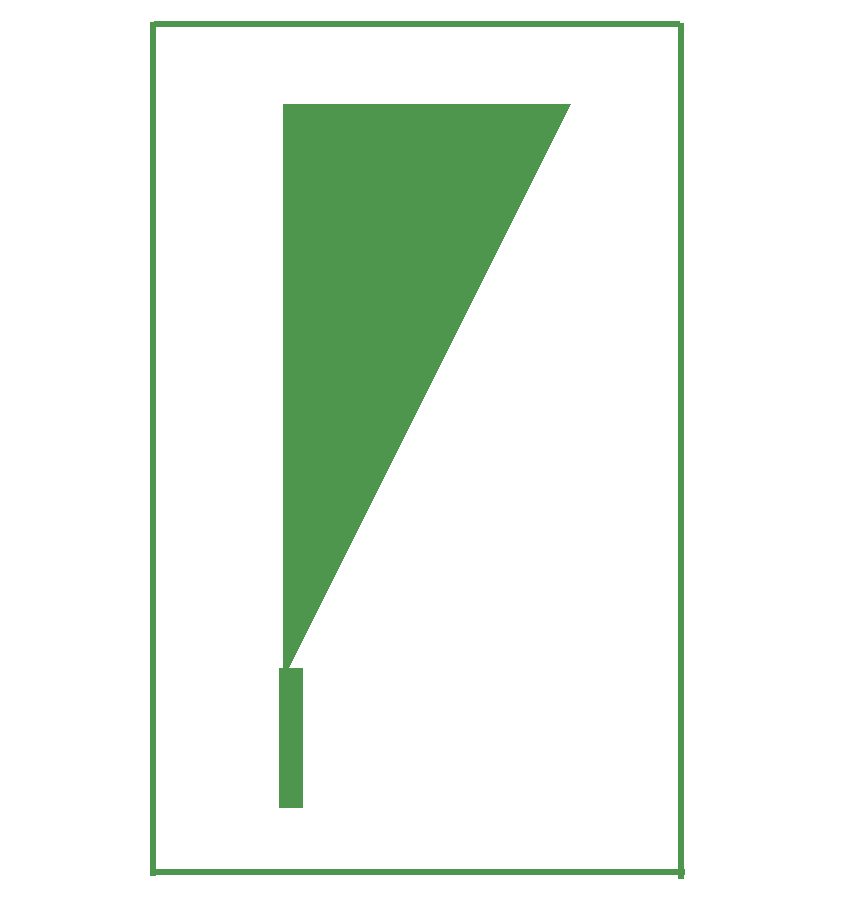
<source format=gbr>
G04 ===== Begin FILE IDENTIFICATION =====*
G04 File Format:  Gerber RS274X*
G04 ===== End FILE IDENTIFICATION =====*
%FSLAX24Y24*%
%MOIN*%
%SFA1.0000B1.0000*%
%OFA0.0B0.0*%
%ADD14R,0.023622X2.846457*%
%ADD15R,1.779528X0.023622*%
%ADD16R,1.751969X0.023622*%
%ADD17R,0.078740X0.468504*%
%ADD18R,0.023622X2.854331*%
%LNcond*%
%IPPOS*%
%LPD*%
G75*
D14*
X-4803Y10413D03*
D15*
X4016Y-3701D03*
D16*
X3996Y24567D03*
G36*
G01X-472Y2717D02*
G01Y21929D01*
G01X9134D01*
G01X-472Y2717D01*
G37*
D17*
X-197Y768D03*
D18*
X12795Y10335D03*
M02*


</source>
